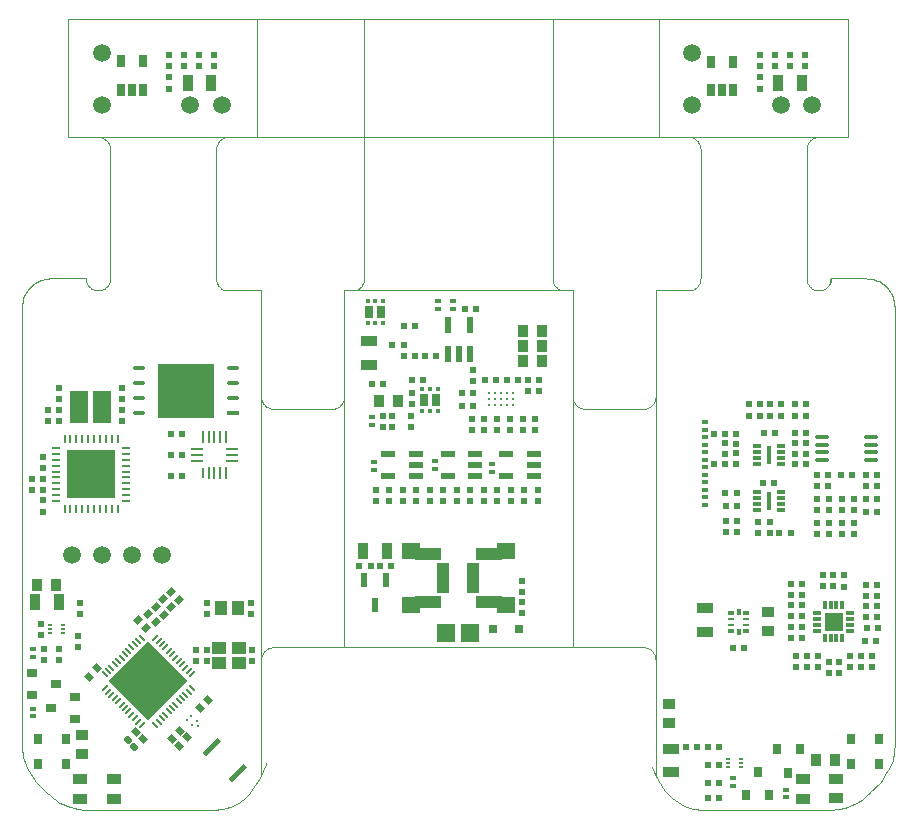
<source format=gtp>
%FSTAX23Y23*%
%MOIN*%
%SFA1B1*%

%IPPOS*%
%AMD28*
4,1,4,0.016700,-0.000600,-0.000600,0.016700,-0.016700,0.000600,0.000600,-0.016700,0.016700,-0.000600,0.0*
%
%AMD29*
4,1,8,0.012700,0.003500,0.003500,0.012700,-0.004600,0.012700,-0.012700,0.004600,-0.012700,-0.003500,-0.003500,-0.012700,0.004600,-0.012700,0.012700,-0.004600,0.012700,0.003500,0.0*
1,1,0.011420,0.008600,-0.000600*
1,1,0.011420,-0.000600,0.008600*
1,1,0.011420,-0.008600,0.000600*
1,1,0.011420,0.000600,-0.008600*
%
%AMD30*
4,1,4,-0.000600,-0.016700,0.016700,0.000600,0.000600,0.016700,-0.016700,-0.000600,-0.000600,-0.016700,0.0*
%
%AMD47*
4,1,4,0.000000,0.130800,-0.130800,0.000000,0.000000,-0.130800,0.130800,0.000000,0.000000,0.130800,0.0*
%
%AMD48*
4,1,4,0.011700,0.006200,0.006200,0.011700,-0.011700,-0.006200,-0.006200,-0.011700,0.011700,0.006200,0.0*
%
%AMD49*
4,1,4,-0.006200,0.011700,-0.011700,0.006200,0.006200,-0.011700,0.011700,-0.006200,-0.006200,0.011700,0.0*
%
%AMD50*
4,1,4,-0.019500,-0.030500,0.030500,0.019500,0.019500,0.030500,-0.030500,-0.019500,-0.019500,-0.030500,0.0*
%
%ADD14R,0.022840X0.024410*%
%ADD15R,0.064960X0.064960*%
%ADD16R,0.027560X0.011810*%
%ADD17R,0.011810X0.027560*%
%ADD18R,0.015750X0.007870*%
%ADD19C,0.059060*%
%ADD20R,0.031500X0.035430*%
%ADD21R,0.047240X0.035430*%
%ADD22R,0.039370X0.035430*%
%ADD23R,0.055120X0.037400*%
%ADD24R,0.035430X0.039370*%
%ADD25R,0.024410X0.022840*%
%ADD26R,0.035430X0.031500*%
%ADD27R,0.037400X0.055120*%
G04~CAMADD=28~9~0.0~0.0~244.1~228.4~0.0~0.0~0~0.0~0.0~0.0~0.0~0~0.0~0.0~0.0~0.0~0~0.0~0.0~0.0~315.0~334.0~333.0*
%ADD28D28*%
G04~CAMADD=29~8~0.0~0.0~244.1~228.4~57.1~0.0~15~0.0~0.0~0.0~0.0~0~0.0~0.0~0.0~0.0~0~0.0~0.0~0.0~315.0~286.0~286.0*
%ADD29D29*%
G04~CAMADD=30~9~0.0~0.0~244.1~228.4~0.0~0.0~0~0.0~0.0~0.0~0.0~0~0.0~0.0~0.0~0.0~0~0.0~0.0~0.0~225.0~334.0~333.0*
%ADD30D30*%
%ADD31R,0.039370X0.009840*%
%ADD32R,0.009840X0.039370*%
%ADD33O,0.009840X0.039370*%
%ADD34R,0.163390X0.163390*%
%ADD35R,0.009060X0.031500*%
%ADD36R,0.031500X0.009060*%
%ADD37R,0.185040X0.181100*%
%ADD38O,0.039370X0.015750*%
%ADD39R,0.039370X0.015750*%
%ADD40R,0.017720X0.062990*%
%ADD41R,0.029530X0.011810*%
%ADD42O,0.053150X0.013780*%
%ADD43R,0.059060X0.106300*%
%ADD44R,0.022840X0.011810*%
%ADD45R,0.022840X0.009840*%
%ADD46R,0.013780X0.024800*%
G04~CAMADD=47~10~0.0~1850.4~0.0~0.0~0.0~0.0~0~0.0~0.0~0.0~0.0~0~0.0~0.0~0.0~0.0~0~0.0~0.0~0.0~405.0~1850.4~0.0*
%ADD47D47*%
G04~CAMADD=48~9~0.0~0.0~78.7~255.9~0.0~0.0~0~0.0~0.0~0.0~0.0~0~0.0~0.0~0.0~0.0~0~0.0~0.0~0.0~315.0~234.0~233.0*
%ADD48D48*%
G04~CAMADD=49~9~0.0~0.0~78.7~255.9~0.0~0.0~0~0.0~0.0~0.0~0.0~0~0.0~0.0~0.0~0.0~0~0.0~0.0~0.0~45.0~234.0~233.0*
%ADD49D49*%
G04~CAMADD=50~9~0.0~0.0~708.7~157.5~0.0~0.0~0~0.0~0.0~0.0~0.0~0~0.0~0.0~0.0~0.0~0~0.0~0.0~0.0~225.0~610.0~609.0*
%ADD50D50*%
%ADD51R,0.047240X0.039370*%
%ADD52R,0.039370X0.049210*%
%ADD53C,0.008660*%
%ADD54R,0.023620X0.051180*%
%ADD55R,0.027560X0.027560*%
%ADD56R,0.023620X0.055120*%
%ADD57R,0.023000X0.022000*%
%ADD58R,0.031500X0.039370*%
%ADD59R,0.016540X0.016540*%
%ADD60R,0.047240X0.023620*%
%ADD61C,0.011810*%
%ADD62R,0.039370X0.098430*%
%ADD63R,0.088580X0.039370*%
%ADD64R,0.062990X0.055120*%
%ADD65R,0.023620X0.013780*%
%ADD66R,0.025590X0.043310*%
%ADD68R,0.060000X0.059060*%
%ADD90C,0.001000*%
%ADD91C,0.000500*%
%LNpcb_flex_1-1*%
%LPD*%
G54D14*
X01384Y-00606D03*
X01347D03*
X00858Y-01158D03*
X00821D03*
X00858Y-011D03*
X00821D03*
X00783Y-01039D03*
X00746D03*
X00821Y-0121D03*
X00858D03*
Y-01039D03*
X00821D03*
X-00968Y-00135D03*
X-00931D03*
Y00005D03*
X-00968D03*
Y-00065D03*
X-00931D03*
X01008Y00008D03*
X01045D03*
X01005Y-00159D03*
X01042D03*
X01265Y-00132D03*
X01302D03*
X01149Y00008D03*
X01112D03*
X01346Y-00255D03*
X01383D03*
X01384Y-0057D03*
X01347D03*
X00941Y-00708D03*
X00904D03*
X01096Y-00603D03*
X01133D03*
X01149Y-00097D03*
X01112D03*
X01346Y-00169D03*
X01383D03*
X01149Y00106D03*
X01112D03*
X01389Y-00643D03*
X01352D03*
X00988Y-00324D03*
X01026D03*
X01149Y00065D03*
X01112D03*
X01133Y-00639D03*
X01096D03*
X01133Y-00676D03*
X01096D03*
X00841Y00006D03*
X00878D03*
X01112Y-00027D03*
X01149D03*
X01347Y-00534D03*
X01384D03*
X01133Y-00567D03*
X01096D03*
X01149Y-00062D03*
X01112D03*
X01383Y-00212D03*
X01346D03*
X00841Y-00096D03*
X00878D03*
X01183Y-00132D03*
X0122D03*
X01183Y-00169D03*
X0122D03*
X01383Y-00132D03*
X01346D03*
X01384Y-00498D03*
X01347D03*
X01344Y-00686D03*
X01381D03*
X01133Y-00531D03*
X01096D03*
X01133Y-00495D03*
X01096D03*
X01065Y00106D03*
X01028D03*
X01058Y-00324D03*
X01096D03*
X00994Y00106D03*
X00957D03*
X00988Y-00289D03*
X01026D03*
X01065Y00065D03*
X01028D03*
X00994D03*
X00957D03*
X0088Y-00285D03*
X00917D03*
Y-00236D03*
X0088D03*
X00916Y-00191D03*
X00879D03*
X0088Y-00321D03*
X00917D03*
X-00274Y-00434D03*
X-00237D03*
X-00341D03*
X-00304D03*
X00011Y00422D03*
X00048D03*
X-0013Y00184D03*
X-00167D03*
X-00193Y00265D03*
X-00156D03*
X-00155Y00365D03*
X-00192D03*
X-00123Y00265D03*
X-00086D03*
X00221Y00149D03*
X00258D03*
X00222Y00186D03*
X00259D03*
X00115D03*
X00078D03*
X00038Y00099D03*
X00001D03*
Y00142D03*
X00038D03*
X0015Y00186D03*
X00187D03*
G54D15*
X0124Y-00621D03*
G54D16*
X01294Y-00591D03*
Y-00611D03*
Y-00631D03*
Y-00651D03*
X01185D03*
Y-00631D03*
Y-00611D03*
Y-00591D03*
G54D17*
X01269Y-00675D03*
X01249D03*
X0123D03*
X0121D03*
Y-00567D03*
X0123D03*
X01249D03*
X01269D03*
G54D18*
X-01371Y-0066D03*
Y-00647D03*
Y-00633D03*
X-01328D03*
Y-00647D03*
Y-0066D03*
X00931Y-01079D03*
Y-01093D03*
Y-01106D03*
X00888D03*
Y-01093D03*
Y-01079D03*
G54D19*
X01064Y011D03*
X-00905D03*
X00769D03*
X-012D03*
X01169D03*
X-008D03*
X00769Y01275D03*
X-012D03*
X-013Y-004D03*
X-012D03*
X-011D03*
X-01D03*
G54D20*
X01089Y-01125D03*
X01051Y-01046D03*
X01126D03*
X00986Y-01121D03*
X01023Y-012D03*
X00948D03*
X-01412Y-01096D03*
X-01319D03*
X-01412Y-01012D03*
X-01319D03*
X0139Y-01097D03*
X01297D03*
X0139Y-01013D03*
X01297D03*
G54D21*
X01249Y-01209D03*
X01138Y-01211D03*
Y-01144D03*
X01249D03*
X-01271Y-01147D03*
X-0116Y-01145D03*
Y-01212D03*
X-01271D03*
G54D22*
X0069Y-00897D03*
Y-0096D03*
X-01265Y-01062D03*
Y-00999D03*
X01022Y-00652D03*
Y-00589D03*
G54D23*
X00696Y-01123D03*
Y-01044D03*
X0081Y-00576D03*
Y-00655D03*
X-0031Y00236D03*
Y00315D03*
G54D24*
X01245Y-01083D03*
X01182D03*
X-01416Y-005D03*
X-01353D03*
X00268Y00249D03*
X00205D03*
X00268Y00349D03*
X00205D03*
X00268Y00299D03*
X00205D03*
X-00276Y00115D03*
X-00213D03*
G54D25*
X-01401Y-00667D03*
Y-0063D03*
X-01341Y-00749D03*
Y-00712D03*
X-00702Y-00558D03*
Y-00595D03*
X-007Y-00714D03*
Y-00751D03*
X-0085Y-00753D03*
Y-00716D03*
X-0128Y-00706D03*
Y-00669D03*
X-01378Y00085D03*
Y00048D03*
X01115Y-00735D03*
Y-00772D03*
X-01344Y00085D03*
Y00048D03*
X-01132Y00085D03*
Y00048D03*
X-01431Y-00181D03*
Y-00144D03*
X01274Y-00466D03*
Y-00504D03*
X-01395Y-00181D03*
Y-00144D03*
X01187Y-00772D03*
Y-00735D03*
X-01395Y-00254D03*
Y-00217D03*
X-01132Y00122D03*
Y00159D03*
X-01344Y00122D03*
Y00159D03*
X00913Y-0003D03*
Y00006D03*
X00879Y-00063D03*
Y-00026D03*
X00913Y-00096D03*
Y-00059D03*
X01185Y-00328D03*
Y-00291D03*
X01367Y-00735D03*
Y-00772D03*
X-01395Y-00071D03*
Y-00108D03*
X01151Y-00735D03*
Y-00772D03*
X01223Y-00791D03*
Y-00754D03*
X01307Y-00329D03*
Y-00292D03*
X01331Y-00772D03*
Y-00735D03*
X01295Y-00772D03*
Y-00735D03*
X01239Y-00466D03*
Y-00503D03*
X01203Y-00466D03*
Y-00503D03*
X01259Y-00791D03*
Y-00754D03*
X01266Y-00212D03*
Y-00249D03*
Y-00328D03*
Y-00291D03*
X01224D03*
Y-00328D03*
X-00887Y-00753D03*
Y-00716D03*
X-00849Y-00559D03*
Y-00596D03*
X-01274Y-00595D03*
Y-00558D03*
X-01393Y-00711D03*
Y-00748D03*
X00201Y-00485D03*
Y-00522D03*
X00201Y-00593D03*
Y-00556D03*
X00163Y-0022D03*
Y-00183D03*
X00208Y-0022D03*
Y-00183D03*
X-00062Y-0022D03*
Y-00183D03*
X00039Y0018D03*
Y00217D03*
X-00017Y-00183D03*
Y-0022D03*
X-00231Y00029D03*
Y00066D03*
X-00168Y00029D03*
Y00066D03*
X-00263Y00029D03*
Y00066D03*
X00253Y-0022D03*
Y-00183D03*
X-00107Y-0022D03*
Y-00183D03*
X-00197Y-0022D03*
Y-00183D03*
X-00242Y-0022D03*
Y-00183D03*
X00118Y-0022D03*
Y-00183D03*
X-00152Y-0022D03*
Y-00183D03*
X-00287Y-0022D03*
Y-00183D03*
X00117Y00018D03*
Y00055D03*
X00034D03*
Y00018D03*
X00074Y00055D03*
Y00018D03*
X00205D03*
Y00055D03*
X00243D03*
Y00018D03*
X00161Y00019D03*
Y00056D03*
X00028Y-0022D03*
Y-00183D03*
X00073Y-0022D03*
Y-00183D03*
X00994Y01156D03*
Y01193D03*
X01045Y0123D03*
Y01267D03*
X01094Y01231D03*
Y01268D03*
X00994Y01232D03*
Y01269D03*
X-00825Y01268D03*
Y01231D03*
X01144Y01268D03*
Y01231D03*
X-00975Y01156D03*
Y01193D03*
X-00925Y01231D03*
Y01268D03*
X-00975Y01231D03*
Y01268D03*
X-00875Y01231D03*
Y01268D03*
X-00167Y00141D03*
Y00104D03*
X01307Y-00249D03*
Y-00212D03*
X01184Y-0025D03*
Y-00213D03*
X01225Y-00249D03*
Y-00212D03*
G54D26*
X-01368Y-00909D03*
X-01289Y-00871D03*
Y-00946D03*
X-01353Y-00829D03*
X-01432Y-00866D03*
Y-00791D03*
G54D27*
X-01421Y-00557D03*
X-01342D03*
X-00328Y-00386D03*
X-00249D03*
X01133Y01175D03*
X01054D03*
X-00835D03*
X-00914D03*
G54D28*
X-00939Y-00984D03*
X-00966Y-01011D03*
X-01087Y-00988D03*
X-01216Y-00777D03*
X-01243Y-00804D03*
X-00846Y-00883D03*
X-00873Y-0091D03*
X-00917Y-01007D03*
X-00944Y-01034D03*
X-01064Y-01011D03*
G54D29*
X-01114Y-01015D03*
X-01091Y-01038D03*
G54D30*
X-01052Y-00642D03*
X-01079Y-00615D03*
X-01018Y-00623D03*
X-01045Y-00596D03*
X-00943Y-00548D03*
X-0097Y-00521D03*
X-0102Y-00571D03*
X-00993Y-00598D03*
X-00995Y-00546D03*
X-00968Y-00573D03*
G54D31*
X-00884Y-00084D03*
Y-00065D03*
X-00765Y-00045D03*
Y-00065D03*
Y-00084D03*
X-00884Y-00045D03*
G54D32*
X-00864Y-00005D03*
X-00844D03*
X-00825D03*
X-00805D03*
X-00785D03*
Y-00124D03*
X-00805D03*
X-00825D03*
X-00844D03*
G54D33*
X-00864Y-00124D03*
G54D34*
X-01236Y-0013D03*
G54D35*
X-01324Y-00013D03*
X-01305D03*
X-01285D03*
X-01265D03*
X-01246D03*
X-01226D03*
X-01206D03*
X-01186D03*
X-01167D03*
X-01147D03*
Y-00247D03*
X-01167D03*
X-01186D03*
X-01206D03*
X-01226D03*
X-01246D03*
X-01265D03*
X-01285D03*
X-01305D03*
X-01324D03*
G54D36*
X-01119Y-00042D03*
Y-00061D03*
Y-00101D03*
Y-00121D03*
Y-0014D03*
Y-0016D03*
Y-0018D03*
Y-00199D03*
Y-00219D03*
X-01353D03*
Y-00199D03*
Y-0018D03*
Y-0016D03*
Y-0014D03*
Y-00121D03*
Y-00101D03*
Y-00081D03*
Y-00061D03*
Y-00042D03*
X-01119Y-00081D03*
G54D37*
X-0092Y00149D03*
G54D38*
X-01077Y00224D03*
Y00174D03*
Y00124D03*
Y00074D03*
X-00762Y00224D03*
Y00174D03*
Y00124D03*
G54D39*
X-00762Y00074D03*
G54D40*
X01025Y-00065D03*
X01024Y-0022D03*
G54D41*
X00984Y-00035D03*
Y-00055D03*
Y-00074D03*
X01065D03*
Y-00055D03*
Y-00035D03*
X00984Y-00094D03*
X01065D03*
X00983Y-0019D03*
Y-0021D03*
Y-00229D03*
X01064D03*
Y-0021D03*
Y-0019D03*
X00983Y-00249D03*
X01064D03*
G54D42*
X01364Y-00083D03*
Y-00057D03*
Y-00032D03*
Y-00006D03*
X01201Y-00083D03*
Y-00057D03*
Y-00032D03*
Y-00006D03*
G54D43*
X-012Y00095D03*
X-01275D03*
G54D44*
X00948Y-00652D03*
Y-00592D03*
X00898D03*
Y-00652D03*
G54D45*
X00948Y-00632D03*
Y-00612D03*
X00898D03*
Y-00632D03*
G54D46*
X00923Y-00588D03*
Y-00656D03*
G54D47*
X-01045Y-0082D03*
G54D48*
X-01022Y-00674D03*
X-0101Y-00685D03*
X-00999Y-00696D03*
X-00988Y-00707D03*
X-00977Y-00719D03*
X-00966Y-0073D03*
X-00955Y-00741D03*
X-00944Y-00752D03*
X-00932Y-00763D03*
X-00921Y-00774D03*
X-0091Y-00785D03*
X-00899Y-00797D03*
X-01067Y-00965D03*
X-01079Y-00954D03*
X-0109Y-00943D03*
X-01101Y-00932D03*
X-01112Y-0092D03*
X-01123Y-00909D03*
X-01134Y-00898D03*
X-01145Y-00887D03*
X-01157Y-00876D03*
X-01168Y-00865D03*
X-01179Y-00854D03*
X-0119Y-00842D03*
G54D49*
X-00899Y-00842D03*
X-0091Y-00854D03*
X-00921Y-00865D03*
X-00932Y-00876D03*
X-00944Y-00887D03*
X-00955Y-00898D03*
X-00966Y-00909D03*
X-00977Y-0092D03*
X-00988Y-00932D03*
X-00999Y-00943D03*
X-0101Y-00954D03*
X-01022Y-00965D03*
X-0119Y-00797D03*
X-01179Y-00785D03*
X-01168Y-00774D03*
X-01157Y-00763D03*
X-01145Y-00752D03*
X-01134Y-00741D03*
X-01123Y-0073D03*
X-01112Y-00719D03*
X-01101Y-00707D03*
X-0109Y-00696D03*
X-01079Y-00685D03*
X-01067Y-00674D03*
G54D50*
X-00747Y-01127D03*
X-00834Y-0104D03*
G54D51*
X-00808Y-00708D03*
Y-0076D03*
X-00741Y-00708D03*
Y-0076D03*
G54D52*
X-00804Y-00577D03*
X-00745D03*
G54D53*
X-00879Y-0097D03*
X-00898Y-00965D03*
X-00884Y-00951D03*
X-00915Y-00948D03*
X-00901Y-00934D03*
G54D54*
X-00252Y-00481D03*
X-00327D03*
X-0029Y-00564D03*
G54D55*
X00191Y-00645D03*
X00104D03*
G54D56*
X-00047Y00367D03*
X00027Y00272D03*
X-0001D03*
X00027Y00367D03*
X-00047Y00272D03*
G54D57*
X-00261Y0017D03*
X-00299D03*
X-00232Y00301D03*
X-00194D03*
G54D58*
X-00308Y00411D03*
X-00269D03*
X-00125Y00119D03*
X-00086D03*
G54D59*
X-00263Y00447D03*
X-00289D03*
X-00314D03*
Y00374D03*
X-00289D03*
X-00263D03*
X-0008Y00155D03*
X-00105D03*
X-00131D03*
Y00082D03*
X-00105D03*
X-0008D03*
G54D60*
X-00045Y-00137D03*
Y-00062D03*
X00045D03*
Y-001D03*
Y-00137D03*
X00149D03*
Y-00062D03*
X0024D03*
Y-001D03*
Y-00137D03*
X-00154D03*
Y-001D03*
Y-00062D03*
X-00245D03*
Y-00137D03*
G54D61*
X00091Y001D03*
X00111D03*
X00131D03*
X0015D03*
X0017D03*
X00091Y0012D03*
X00111D03*
X00131D03*
X0015D03*
X0017D03*
X00091Y0014D03*
X00111D03*
X00131D03*
X0015D03*
X0017D03*
G54D62*
X-00061Y-00476D03*
X00039D03*
G54D63*
X-00113Y-00397D03*
X00091D03*
X-00113Y-00554D03*
X00091D03*
G54D64*
X-00168Y-00387D03*
X00146D03*
X-00168Y-00564D03*
X00146D03*
G54D65*
X0081Y-00207D03*
Y-00232D03*
X0081Y-00157D03*
Y-00183D03*
X0081Y-00082D03*
Y-00057D03*
Y-00132D03*
Y-00107D03*
Y-00007D03*
Y-00032D03*
X0081Y00043D03*
Y00017D03*
X-01428Y-00912D03*
Y-00937D03*
X0108Y-01207D03*
Y-01182D03*
X00904Y-01168D03*
Y-01142D03*
X-0143Y-00713D03*
Y-00739D03*
X-00298Y00061D03*
Y00035D03*
X-0003Y00447D03*
Y00422D03*
X-0008D03*
Y00447D03*
X-00088Y-00086D03*
Y-00112D03*
X00102Y-00097D03*
Y-00123D03*
X-00294Y-00088D03*
Y-00114D03*
G54D66*
X-01137Y01152D03*
X-01099D03*
X-01062D03*
Y01247D03*
X-01137D03*
X0083Y01151D03*
X00868D03*
X00905D03*
Y01246D03*
X0083D03*
G54D68*
X00027Y-00658D03*
X-00054D03*
G54D90*
X00303Y00523D02*
D01*
X00303Y0052*
X00303Y00517*
X00303Y00514*
X00304Y00511*
X00305Y00509*
X00306Y00506*
X00307Y00504*
X00309Y00501*
X0031Y00499*
X00312Y00497*
X00314Y00495*
X00316Y00493*
X00318Y00491*
X0032Y00489*
X00323Y00488*
X00325Y00487*
X00328Y00485*
X0033Y00484*
X00333Y00484*
X00336Y00483*
X00338Y00483*
X00341Y00483*
X00343Y00483*
X-00433Y00089D02*
D01*
X-0043Y00089*
X-00427Y00089*
X-00424Y00089*
X-00421Y0009*
X-00419Y00091*
X-00416Y00092*
X-00414Y00093*
X-00411Y00095*
X-00409Y00096*
X-00407Y00098*
X-00405Y001*
X-00403Y00102*
X-00401Y00104*
X-00399Y00106*
X-00398Y00109*
X-00397Y00111*
X-00395Y00114*
X-00394Y00116*
X-00394Y00119*
X-00393Y00122*
X-00393Y00124*
X-00393Y00127*
X-00393Y00129*
X-00366Y00483D02*
D01*
X-00363Y00483*
X-0036Y00483*
X-00357Y00483*
X-00354Y00484*
X-00352Y00485*
X-00349Y00486*
X-00347Y00487*
X-00344Y00489*
X-00342Y0049*
X-0034Y00492*
X-00338Y00494*
X-00336Y00496*
X-00334Y00498*
X-00332Y005*
X-00331Y00503*
X-0033Y00505*
X-00328Y00508*
X-00327Y0051*
X-00327Y00513*
X-00326Y00516*
X-00326Y00518*
X-00326Y00521*
X-00326Y00523*
X0037Y00129D02*
D01*
X0037Y00126*
X0037Y00123*
X0037Y0012*
X00371Y00117*
X00372Y00115*
X00373Y00112*
X00374Y0011*
X00376Y00107*
X00377Y00105*
X00379Y00103*
X00381Y00101*
X00383Y00099*
X00385Y00097*
X00387Y00095*
X0039Y00094*
X00392Y00093*
X00395Y00091*
X00397Y0009*
X004Y0009*
X00403Y00089*
X00405Y00089*
X00408Y00089*
X0041Y00089*
X0037Y00129D02*
D01*
X0037Y00126*
X0037Y00123*
X0037Y0012*
X00371Y00117*
X00372Y00115*
X00373Y00112*
X00374Y0011*
X00376Y00107*
X00377Y00105*
X00379Y00103*
X00381Y00101*
X00383Y00099*
X00385Y00097*
X00387Y00095*
X0039Y00094*
X00392Y00093*
X00395Y00091*
X00397Y0009*
X004Y0009*
X00403Y00089*
X00405Y00089*
X00408Y00089*
X0041Y00089*
X-00366Y00483D02*
D01*
X-00363Y00483*
X-0036Y00483*
X-00357Y00483*
X-00354Y00484*
X-00352Y00485*
X-00349Y00486*
X-00347Y00487*
X-00344Y00489*
X-00342Y0049*
X-0034Y00492*
X-00338Y00494*
X-00336Y00496*
X-00334Y00498*
X-00332Y005*
X-00331Y00503*
X-0033Y00505*
X-00328Y00508*
X-00327Y0051*
X-00327Y00513*
X-00326Y00516*
X-00326Y00518*
X-00326Y00521*
X-00326Y00523*
X-00433Y00089D02*
D01*
X-0043Y00089*
X-00427Y00089*
X-00424Y00089*
X-00421Y0009*
X-00419Y00091*
X-00416Y00092*
X-00414Y00093*
X-00411Y00095*
X-00409Y00096*
X-00407Y00098*
X-00405Y001*
X-00403Y00102*
X-00401Y00104*
X-00399Y00106*
X-00398Y00109*
X-00397Y00111*
X-00395Y00114*
X-00394Y00116*
X-00394Y00119*
X-00393Y00122*
X-00393Y00124*
X-00393Y00127*
X-00393Y00129*
X00303Y00523D02*
D01*
X00303Y0052*
X00303Y00517*
X00303Y00514*
X00304Y00511*
X00305Y00509*
X00306Y00506*
X00307Y00504*
X00309Y00501*
X0031Y00499*
X00312Y00497*
X00314Y00495*
X00316Y00493*
X00318Y00491*
X0032Y00489*
X00323Y00488*
X00325Y00487*
X00328Y00485*
X0033Y00484*
X00333Y00484*
X00336Y00483*
X00338Y00483*
X00341Y00483*
X00343Y00483*
X00633Y-01105D02*
D01*
X00641Y-01123*
X0065Y-01142*
X0066Y-01159*
X00672Y-01176*
X00672Y-01177*
X00679Y-01186D02*
D01*
X00686Y-01194*
X00694Y-01202*
X00702Y-0121*
X00711Y-01217*
X0072Y-01223*
X0073Y-01229*
X0074Y-01234*
X0075Y-01238*
X00761Y-01242*
X00771Y-01245*
X00782Y-01247*
X00793Y-01248*
X00805Y-01248*
X00806Y-01248*
X01248Y-01247D02*
D01*
X01261Y-01245*
X01274Y-01242*
X01286Y-01238*
X01299Y-01233*
X01311Y-01228*
X01322Y-01221*
X01333Y-01214*
X01344Y-01206*
X01354Y-01197*
X0136Y-01191*
X01419Y-0112D02*
D01*
X01424Y-01112*
X01429Y-01103*
X01433Y-01093*
X01436Y-01083*
X01439Y-01074*
X01441Y-01063*
X01442Y-01053*
X01442Y-01043*
X01443Y-0104*
X-00829Y-01249D02*
D01*
X-00818Y-01248*
X-00807Y-01247*
X-00796Y-01245*
X-00785Y-01242*
X-00774Y-01239*
X-00764Y-01235*
X-00754Y-0123*
X-00744Y-01224*
X-00735Y-01218*
X-00726Y-01211*
X-00718Y-01204*
X-0071Y-01196*
X-00703Y-01187*
X-00702Y-01186*
X-01383Y-01191D02*
D01*
X-01373Y-012*
X-01363Y-01209*
X-01352Y-01217*
X-01341Y-01224*
X-01329Y-0123*
X-01317Y-01235*
X-01304Y-0124*
X-01292Y-01243*
X-01279Y-01246*
X-01271Y-01247*
X-01466Y-0104D02*
D01*
X-01465Y-0105*
X-01464Y-01061*
X-01462Y-01071*
X-0146Y-01081*
X-01457Y-0109*
X-01453Y-011*
X-01448Y-01109*
X-01443Y-01118*
X-01442Y-0112*
X01443Y00429D02*
D01*
X01442Y00435*
X01442Y00442*
X0144Y00448*
X01439Y00454*
X01437Y00461*
X01434Y00467*
X01431Y00473*
X01428Y00478*
X01425Y00484*
X01421Y00489*
X01416Y00494*
X01411Y00498*
X01406Y00503*
X01401Y00506*
X01396Y0051*
X0139Y00513*
X01384Y00516*
X01378Y00518*
X01371Y0052*
X01365Y00521*
X01358Y00522*
X01352Y00522*
X01349Y00523*
X00756Y00483D02*
D01*
X00758Y00483*
X00761Y00483*
X00764Y00483*
X00767Y00484*
X00769Y00485*
X00772Y00486*
X00774Y00487*
X00777Y00489*
X00779Y0049*
X00781Y00492*
X00783Y00494*
X00785Y00496*
X00787Y00498*
X00789Y005*
X0079Y00503*
X00791Y00505*
X00793Y00508*
X00794Y0051*
X00794Y00513*
X00795Y00516*
X00795Y00518*
X00795Y00521*
X00796Y00523*
X0115D02*
D01*
X0115Y0052*
X0115Y00517*
X0115Y00514*
X01151Y00511*
X01152Y00509*
X01153Y00506*
X01154Y00504*
X01156Y00501*
X01157Y00499*
X01159Y00497*
X01161Y00495*
X01163Y00493*
X01165Y00491*
X01167Y00489*
X0117Y00488*
X01172Y00487*
X01175Y00485*
X01177Y00484*
X0118Y00484*
X01183Y00483*
X01185Y00483*
X01188Y00483*
X01191*
X01194Y00483*
X01196Y00483*
X01199Y00484*
X01202Y00484*
X01204Y00485*
X01207Y00487*
X0121Y00488*
X01212Y00489*
X01214Y00491*
X01216Y00493*
X01218Y00495*
X0122Y00497*
X01222Y00499*
X01223Y00501*
X01225Y00504*
X01226Y00506*
X01227Y00509*
X01228Y00511*
X01229Y00514*
X01229Y00517*
X01229Y0052*
X0123Y00523*
X-01253D02*
D01*
X-01252Y0052*
X-01252Y00517*
X-01252Y00514*
X-01251Y00511*
X-0125Y00509*
X-01249Y00506*
X-01248Y00504*
X-01246Y00501*
X-01245Y00499*
X-01243Y00497*
X-01241Y00495*
X-01239Y00493*
X-01237Y00491*
X-01235Y00489*
X-01233Y00488*
X-0123Y00487*
X-01227Y00485*
X-01225Y00484*
X-01222Y00484*
X-01219Y00483*
X-01217Y00483*
X-01214Y00483*
X-01211*
X-01208Y00483*
X-01206Y00483*
X-01203Y00484*
X-012Y00484*
X-01198Y00485*
X-01195Y00487*
X-01192Y00488*
X-0119Y00489*
X-01188Y00491*
X-01186Y00493*
X-01184Y00495*
X-01182Y00497*
X-0118Y00499*
X-01179Y00501*
X-01177Y00504*
X-01176Y00506*
X-01175Y00509*
X-01174Y00511*
X-01173Y00514*
X-01173Y00517*
X-01173Y0052*
X-01173Y00523*
X-01372D02*
D01*
X-01378Y00522*
X-01385Y00522*
X-01391Y0052*
X-01397Y00519*
X-01404Y00517*
X-0141Y00514*
X-01416Y00511*
X-01421Y00508*
X-01427Y00505*
X-01432Y00501*
X-01437Y00496*
X-01441Y00491*
X-01446Y00486*
X-01449Y00481*
X-01453Y00475*
X-01456Y0047*
X-01459Y00464*
X-01461Y00458*
X-01463Y00451*
X-01464Y00445*
X-01465Y00438*
X-01465Y00432*
X-01466Y00429*
X-00819Y00522D02*
D01*
X-00818Y00519*
X-00818Y00516*
X-00818Y00514*
X-00817Y00511*
X-00816Y00508*
X-00815Y00506*
X-00814Y00503*
X-00813Y00501*
X-00811Y00499*
X-00809Y00497*
X-00807Y00494*
X-00806Y00493*
X-00803Y00491*
X-00801Y00489*
X-00799Y00488*
X-00796Y00486*
X-00794Y00485*
X-00791Y00484*
X-00789Y00484*
X-00786Y00483*
X-00783Y00483*
X-00781Y00483*
X-00779Y00483*
X-00669Y00129D02*
D01*
X-00668Y00126*
X-00668Y00123*
X-00668Y0012*
X-00667Y00117*
X-00666Y00115*
X-00665Y00112*
X-00664Y0011*
X-00662Y00107*
X-00661Y00105*
X-00659Y00103*
X-00657Y00101*
X-00655Y00099*
X-00653Y00097*
X-00651Y00095*
X-00648Y00094*
X-00646Y00093*
X-00643Y00091*
X-00641Y0009*
X-00638Y0009*
X-00635Y00089*
X-00633Y00089*
X-0063Y00089*
X-00629Y00089*
X00606D02*
D01*
X00609Y00089*
X00612Y00089*
X00614Y00089*
X00617Y0009*
X0062Y00091*
X00622Y00092*
X00625Y00093*
X00627Y00094*
X00629Y00096*
X00631Y00098*
X00634Y001*
X00635Y00101*
X00637Y00104*
X00639Y00106*
X0064Y00108*
X00642Y00111*
X00643Y00113*
X00644Y00116*
X00644Y00118*
X00645Y00121*
X00645Y00124*
X00645Y00126*
X00646Y00128*
X00606Y00089D02*
D01*
X00609Y00089*
X00612Y00089*
X00614Y00089*
X00617Y0009*
X0062Y00091*
X00622Y00092*
X00625Y00093*
X00627Y00094*
X00629Y00096*
X00631Y00098*
X00634Y001*
X00635Y00101*
X00637Y00104*
X00639Y00106*
X0064Y00108*
X00642Y00111*
X00643Y00113*
X00644Y00116*
X00644Y00118*
X00645Y00121*
X00645Y00124*
X00645Y00126*
X00646Y00128*
X-00669Y00129D02*
D01*
X-00668Y00126*
X-00668Y00123*
X-00668Y0012*
X-00667Y00117*
X-00666Y00115*
X-00665Y00112*
X-00664Y0011*
X-00662Y00107*
X-00661Y00105*
X-00659Y00103*
X-00657Y00101*
X-00655Y00099*
X-00653Y00097*
X-00651Y00095*
X-00648Y00094*
X-00646Y00093*
X-00643Y00091*
X-00641Y0009*
X-00638Y0009*
X-00635Y00089*
X-00633Y00089*
X-0063Y00089*
X-00629Y00089*
X-00819Y00522D02*
D01*
X-00818Y00519*
X-00818Y00516*
X-00818Y00514*
X-00817Y00511*
X-00816Y00508*
X-00815Y00506*
X-00814Y00503*
X-00813Y00501*
X-00811Y00499*
X-00809Y00497*
X-00807Y00494*
X-00806Y00493*
X-00803Y00491*
X-00801Y00489*
X-00799Y00488*
X-00796Y00486*
X-00794Y00485*
X-00791Y00484*
X-00789Y00484*
X-00786Y00483*
X-00783Y00483*
X-00781Y00483*
X-00779Y00483*
X-01372Y00523D02*
D01*
X-01378Y00522*
X-01385Y00522*
X-01391Y0052*
X-01397Y00519*
X-01404Y00517*
X-0141Y00514*
X-01416Y00511*
X-01421Y00508*
X-01427Y00505*
X-01432Y00501*
X-01437Y00496*
X-01441Y00491*
X-01446Y00486*
X-01449Y00481*
X-01453Y00475*
X-01456Y0047*
X-01459Y00464*
X-01461Y00458*
X-01463Y00451*
X-01464Y00445*
X-01465Y00438*
X-01465Y00432*
X-01466Y00429*
X-01253Y00523D02*
D01*
X-01252Y0052*
X-01252Y00517*
X-01252Y00514*
X-01251Y00511*
X-0125Y00509*
X-01249Y00506*
X-01248Y00504*
X-01246Y00501*
X-01245Y00499*
X-01243Y00497*
X-01241Y00495*
X-01239Y00493*
X-01237Y00491*
X-01235Y00489*
X-01233Y00488*
X-0123Y00487*
X-01227Y00485*
X-01225Y00484*
X-01222Y00484*
X-01219Y00483*
X-01217Y00483*
X-01214Y00483*
X-01211*
X-01208Y00483*
X-01206Y00483*
X-01203Y00484*
X-012Y00484*
X-01198Y00485*
X-01195Y00487*
X-01192Y00488*
X-0119Y00489*
X-01188Y00491*
X-01186Y00493*
X-01184Y00495*
X-01182Y00497*
X-0118Y00499*
X-01179Y00501*
X-01177Y00504*
X-01176Y00506*
X-01175Y00509*
X-01174Y00511*
X-01173Y00514*
X-01173Y00517*
X-01173Y0052*
X-01173Y00523*
X0115D02*
D01*
X0115Y0052*
X0115Y00517*
X0115Y00514*
X01151Y00511*
X01152Y00509*
X01153Y00506*
X01154Y00504*
X01156Y00501*
X01157Y00499*
X01159Y00497*
X01161Y00495*
X01163Y00493*
X01165Y00491*
X01167Y00489*
X0117Y00488*
X01172Y00487*
X01175Y00485*
X01177Y00484*
X0118Y00484*
X01183Y00483*
X01185Y00483*
X01188Y00483*
X01191*
X01194Y00483*
X01196Y00483*
X01199Y00484*
X01202Y00484*
X01204Y00485*
X01207Y00487*
X0121Y00488*
X01212Y00489*
X01214Y00491*
X01216Y00493*
X01218Y00495*
X0122Y00497*
X01222Y00499*
X01223Y00501*
X01225Y00504*
X01226Y00506*
X01227Y00509*
X01228Y00511*
X01229Y00514*
X01229Y00517*
X01229Y0052*
X0123Y00523*
X00756Y00483D02*
D01*
X00758Y00483*
X00761Y00483*
X00764Y00483*
X00767Y00484*
X00769Y00485*
X00772Y00486*
X00774Y00487*
X00777Y00489*
X00779Y0049*
X00781Y00492*
X00783Y00494*
X00785Y00496*
X00787Y00498*
X00789Y005*
X0079Y00503*
X00791Y00505*
X00793Y00508*
X00794Y0051*
X00794Y00513*
X00795Y00516*
X00795Y00518*
X00795Y00521*
X00796Y00523*
X01443Y00429D02*
D01*
X01442Y00435*
X01442Y00442*
X0144Y00448*
X01439Y00454*
X01437Y00461*
X01434Y00467*
X01431Y00473*
X01428Y00478*
X01425Y00484*
X01421Y00489*
X01416Y00494*
X01411Y00498*
X01406Y00503*
X01401Y00506*
X01396Y0051*
X0139Y00513*
X01384Y00516*
X01378Y00518*
X01371Y0052*
X01365Y00521*
X01358Y00522*
X01352Y00522*
X01349Y00523*
X-01466Y-0104D02*
D01*
X-01465Y-0105*
X-01464Y-01061*
X-01462Y-01071*
X-0146Y-01081*
X-01457Y-0109*
X-01453Y-011*
X-01448Y-01109*
X-01443Y-01118*
X-01442Y-0112*
X-01383Y-01191D02*
D01*
X-01373Y-012*
X-01363Y-01209*
X-01352Y-01217*
X-01341Y-01224*
X-01329Y-0123*
X-01317Y-01235*
X-01304Y-0124*
X-01292Y-01243*
X-01279Y-01246*
X-01271Y-01247*
X-00829Y-01249D02*
D01*
X-00818Y-01248*
X-00807Y-01247*
X-00796Y-01245*
X-00785Y-01242*
X-00774Y-01239*
X-00764Y-01235*
X-00754Y-0123*
X-00744Y-01224*
X-00735Y-01218*
X-00726Y-01211*
X-00718Y-01204*
X-0071Y-01196*
X-00703Y-01187*
X-00702Y-01186*
X01419Y-0112D02*
D01*
X01424Y-01112*
X01429Y-01103*
X01433Y-01093*
X01436Y-01083*
X01439Y-01074*
X01441Y-01063*
X01442Y-01053*
X01442Y-01043*
X01443Y-0104*
X01248Y-01247D02*
D01*
X01261Y-01245*
X01274Y-01242*
X01286Y-01238*
X01299Y-01233*
X01311Y-01228*
X01322Y-01221*
X01333Y-01214*
X01344Y-01206*
X01354Y-01197*
X0136Y-01191*
X00679Y-01186D02*
D01*
X00686Y-01194*
X00694Y-01202*
X00702Y-0121*
X00711Y-01217*
X0072Y-01223*
X0073Y-01229*
X0074Y-01234*
X0075Y-01238*
X00761Y-01242*
X00771Y-01245*
X00782Y-01247*
X00793Y-01248*
X00805Y-01248*
X00806Y-01248*
X00633Y-01105D02*
D01*
X00641Y-01123*
X0065Y-01142*
X0066Y-01159*
X00672Y-01176*
X00672Y-01177*
X00303Y00523D02*
D01*
X00303Y0052*
X00303Y00517*
X00303Y00514*
X00304Y00511*
X00305Y00509*
X00306Y00506*
X00307Y00504*
X00309Y00501*
X0031Y00499*
X00312Y00497*
X00314Y00495*
X00316Y00493*
X00318Y00491*
X0032Y00489*
X00323Y00488*
X00325Y00487*
X00328Y00485*
X0033Y00484*
X00333Y00484*
X00336Y00483*
X00338Y00483*
X00341Y00483*
X00343Y00483*
X-00433Y00089D02*
D01*
X-0043Y00089*
X-00427Y00089*
X-00424Y00089*
X-00421Y0009*
X-00419Y00091*
X-00416Y00092*
X-00414Y00093*
X-00411Y00095*
X-00409Y00096*
X-00407Y00098*
X-00405Y001*
X-00403Y00102*
X-00401Y00104*
X-00399Y00106*
X-00398Y00109*
X-00397Y00111*
X-00395Y00114*
X-00394Y00116*
X-00394Y00119*
X-00393Y00122*
X-00393Y00124*
X-00393Y00127*
X-00393Y00129*
X-00366Y00483D02*
D01*
X-00363Y00483*
X-0036Y00483*
X-00357Y00483*
X-00354Y00484*
X-00352Y00485*
X-00349Y00486*
X-00347Y00487*
X-00344Y00489*
X-00342Y0049*
X-0034Y00492*
X-00338Y00494*
X-00336Y00496*
X-00334Y00498*
X-00332Y005*
X-00331Y00503*
X-0033Y00505*
X-00328Y00508*
X-00327Y0051*
X-00327Y00513*
X-00326Y00516*
X-00326Y00518*
X-00326Y00521*
X-00326Y00523*
X0037Y00129D02*
D01*
X0037Y00126*
X0037Y00123*
X0037Y0012*
X00371Y00117*
X00372Y00115*
X00373Y00112*
X00374Y0011*
X00376Y00107*
X00377Y00105*
X00379Y00103*
X00381Y00101*
X00383Y00099*
X00385Y00097*
X00387Y00095*
X0039Y00094*
X00392Y00093*
X00395Y00091*
X00397Y0009*
X004Y0009*
X00403Y00089*
X00405Y00089*
X00408Y00089*
X0041Y00089*
X0037Y00129D02*
D01*
X0037Y00126*
X0037Y00123*
X0037Y0012*
X00371Y00117*
X00372Y00115*
X00373Y00112*
X00374Y0011*
X00376Y00107*
X00377Y00105*
X00379Y00103*
X00381Y00101*
X00383Y00099*
X00385Y00097*
X00387Y00095*
X0039Y00094*
X00392Y00093*
X00395Y00091*
X00397Y0009*
X004Y0009*
X00403Y00089*
X00405Y00089*
X00408Y00089*
X0041Y00089*
X-00366Y00483D02*
D01*
X-00363Y00483*
X-0036Y00483*
X-00357Y00483*
X-00354Y00484*
X-00352Y00485*
X-00349Y00486*
X-00347Y00487*
X-00344Y00489*
X-00342Y0049*
X-0034Y00492*
X-00338Y00494*
X-00336Y00496*
X-00334Y00498*
X-00332Y005*
X-00331Y00503*
X-0033Y00505*
X-00328Y00508*
X-00327Y0051*
X-00327Y00513*
X-00326Y00516*
X-00326Y00518*
X-00326Y00521*
X-00326Y00523*
X-00433Y00089D02*
D01*
X-0043Y00089*
X-00427Y00089*
X-00424Y00089*
X-00421Y0009*
X-00419Y00091*
X-00416Y00092*
X-00414Y00093*
X-00411Y00095*
X-00409Y00096*
X-00407Y00098*
X-00405Y001*
X-00403Y00102*
X-00401Y00104*
X-00399Y00106*
X-00398Y00109*
X-00397Y00111*
X-00395Y00114*
X-00394Y00116*
X-00394Y00119*
X-00393Y00122*
X-00393Y00124*
X-00393Y00127*
X-00393Y00129*
X00303Y00523D02*
D01*
X00303Y0052*
X00303Y00517*
X00303Y00514*
X00304Y00511*
X00305Y00509*
X00306Y00506*
X00307Y00504*
X00309Y00501*
X0031Y00499*
X00312Y00497*
X00314Y00495*
X00316Y00493*
X00318Y00491*
X0032Y00489*
X00323Y00488*
X00325Y00487*
X00328Y00485*
X0033Y00484*
X00333Y00484*
X00336Y00483*
X00338Y00483*
X00341Y00483*
X00343Y00483*
X0119Y00995D02*
D01*
X01187Y00994*
X01184Y00994*
X01181Y00994*
X01178Y00993*
X01176Y00992*
X01173Y00991*
X01171Y0099*
X01168Y00988*
X01166Y00987*
X01164Y00985*
X01162Y00983*
X0116Y00981*
X01158Y00979*
X01156Y00977*
X01155Y00975*
X01154Y00972*
X01152Y00969*
X01151Y00967*
X01151Y00964*
X0115Y00961*
X0115Y00959*
X0115Y00956*
X0115Y00955*
X00796D02*
D01*
X00795Y00957*
X00795Y0096*
X00795Y00963*
X00794Y00966*
X00793Y00968*
X00792Y00971*
X00791Y00973*
X00789Y00976*
X00788Y00978*
X00786Y0098*
X00784Y00982*
X00782Y00984*
X0078Y00986*
X00778Y00988*
X00776Y00989*
X00773Y0099*
X0077Y00992*
X00768Y00993*
X00765Y00993*
X00762Y00994*
X0076Y00994*
X00757Y00994*
X00756Y00995*
X-00779D02*
D01*
X-00781Y00994*
X-00784Y00994*
X-00787Y00994*
X-0079Y00993*
X-00792Y00992*
X-00795Y00991*
X-00797Y0099*
X-008Y00988*
X-00802Y00987*
X-00804Y00985*
X-00806Y00983*
X-00808Y00981*
X-0081Y00979*
X-00812Y00977*
X-00813Y00975*
X-00814Y00972*
X-00816Y00969*
X-00817Y00967*
X-00817Y00964*
X-00818Y00961*
X-00818Y00959*
X-00818Y00956*
X-00819Y00955*
X-01173D02*
D01*
X-01173Y00957*
X-01173Y0096*
X-01173Y00963*
X-01174Y00966*
X-01175Y00968*
X-01176Y00971*
X-01177Y00973*
X-01179Y00976*
X-0118Y00978*
X-01182Y0098*
X-01184Y00982*
X-01186Y00984*
X-01188Y00986*
X-0119Y00988*
X-01193Y00989*
X-01195Y0099*
X-01198Y00992*
X-012Y00993*
X-01203Y00993*
X-01206Y00994*
X-01208Y00994*
X-01211Y00994*
X-01213Y00995*
X-01173Y00955D02*
D01*
X-01173Y00957*
X-01173Y0096*
X-01173Y00963*
X-01174Y00966*
X-01175Y00968*
X-01176Y00971*
X-01177Y00973*
X-01179Y00976*
X-0118Y00978*
X-01182Y0098*
X-01184Y00982*
X-01186Y00984*
X-01188Y00986*
X-0119Y00988*
X-01193Y00989*
X-01195Y0099*
X-01198Y00992*
X-012Y00993*
X-01203Y00993*
X-01206Y00994*
X-01208Y00994*
X-01211Y00994*
X-01213Y00995*
X-00779D02*
D01*
X-00781Y00994*
X-00784Y00994*
X-00787Y00994*
X-0079Y00993*
X-00792Y00992*
X-00795Y00991*
X-00797Y0099*
X-008Y00988*
X-00802Y00987*
X-00804Y00985*
X-00806Y00983*
X-00808Y00981*
X-0081Y00979*
X-00812Y00977*
X-00813Y00975*
X-00814Y00972*
X-00816Y00969*
X-00817Y00967*
X-00817Y00964*
X-00818Y00961*
X-00818Y00959*
X-00818Y00956*
X-00819Y00955*
X00796D02*
D01*
X00795Y00957*
X00795Y0096*
X00795Y00963*
X00794Y00966*
X00793Y00968*
X00792Y00971*
X00791Y00973*
X00789Y00976*
X00788Y00978*
X00786Y0098*
X00784Y00982*
X00782Y00984*
X0078Y00986*
X00778Y00988*
X00776Y00989*
X00773Y0099*
X0077Y00992*
X00768Y00993*
X00765Y00993*
X00762Y00994*
X0076Y00994*
X00757Y00994*
X00756Y00995*
X0119D02*
D01*
X01187Y00994*
X01184Y00994*
X01181Y00994*
X01178Y00993*
X01176Y00992*
X01173Y00991*
X01171Y0099*
X01168Y00988*
X01166Y00987*
X01164Y00985*
X01162Y00983*
X0116Y00981*
X01158Y00979*
X01156Y00977*
X01155Y00975*
X01154Y00972*
X01152Y00969*
X01151Y00967*
X01151Y00964*
X0115Y00961*
X0115Y00959*
X0115Y00956*
X0115Y00955*
X-00702Y-01186D02*
D01*
X-00688Y-01164*
X-00674Y-01142*
X-00663Y-01118*
X-00653Y-01094*
X-00652Y-01093*
X-00393Y-00707D02*
X0037D01*
X-00393Y00483D02*
X0037D01*
X00343D02*
X0037D01*
X-00393Y-00707D02*
Y00483D01*
X0037Y-00707D02*
Y00483D01*
X00343D02*
X0037D01*
X-00393D02*
X0037D01*
X00672Y-01177D02*
X00679Y-01186D01*
X00806Y-01249D02*
X01238D01*
X01248Y-01247*
X01396Y-01154D02*
X01396Y-01154D01*
X01419Y-0112*
X01359Y-01192D02*
X01396Y-01154D01*
X-00326Y00523D02*
Y01068D01*
X-00819Y00522D02*
Y00955D01*
X-01173Y00523D02*
Y00955D01*
X-00702Y-01186D02*
D01*
X-01261Y-01249D02*
X-00829D01*
X-01271Y-01247D02*
X-01261Y-01249D01*
X-01419Y-01154D02*
X-01419Y-01154D01*
X-01442Y-0112D02*
X-01419Y-01154D01*
X-01419Y-01154D02*
X-01382Y-01192D01*
X01443Y-0104D02*
Y00429D01*
X0115Y00523D02*
Y00955D01*
X01288Y00995D02*
Y01387D01*
X00658D02*
X01288D01*
X00658Y00995D02*
Y01387D01*
X00796Y00523D02*
Y00955D01*
X-00681Y00995D02*
Y0119D01*
X00303Y00523D02*
Y01387D01*
X-01311D02*
X-00681D01*
X-01311Y00995D02*
Y0119D01*
X-01372Y00523D02*
X-01253D01*
X-01466Y-0104D02*
Y00429D01*
X-00779Y00483D02*
X-00669D01*
X0123Y00523D02*
X01349D01*
X0123Y00511D02*
Y00523D01*
X-00669Y-01133D02*
Y00483D01*
X00646Y-00747D02*
Y00483D01*
X0041Y00089D02*
X00606D01*
X-00629D02*
X-00429D01*
X00646Y00483D02*
X00756D01*
X-00326Y01387D02*
X00303D01*
X-00326Y01068D02*
Y01387D01*
X01288Y00995D02*
Y01387D01*
X00658D02*
X01288D01*
X00658Y00995D02*
Y01387D01*
Y00995D02*
Y01387D01*
X01288*
Y00995D02*
Y01387D01*
X-00326Y01387D02*
X00303D01*
X00646Y00483D02*
X00756D01*
X-00629Y00089D02*
X-00429D01*
X0041D02*
X00606D01*
X00646Y-00747D02*
Y00483D01*
X-00669Y-01133D02*
Y00483D01*
X0123Y00511D02*
Y00523D01*
X01349*
X-00779Y00483D02*
X-00669D01*
X-01466Y-0104D02*
Y00429D01*
X-01372Y00523D02*
X-01253D01*
X-01311Y00995D02*
Y01387D01*
X00303Y00523D02*
Y01387D01*
X-00681Y00995D02*
Y01387D01*
X00796Y00523D02*
Y00955D01*
X00658Y00995D02*
Y01387D01*
X01288*
Y00995D02*
Y01387D01*
X0115Y00523D02*
Y00955D01*
X01443Y-0104D02*
Y00429D01*
X-01419Y-01154D02*
X-01382Y-01192D01*
X-01442Y-0112D02*
X-01419Y-01154D01*
X-01419Y-01154*
X-01271Y-01247D02*
X-01261Y-01249D01*
X-00829*
X-00702Y-01186D02*
X-00695Y-01177D01*
X-01173Y00523D02*
Y00955D01*
X-00819Y00522D02*
Y00955D01*
X-00326Y00523D02*
Y01068D01*
X01359Y-01192D02*
X01396Y-01154D01*
X01396Y-01154D02*
X01419Y-0112D01*
X01396Y-01154D02*
X01396Y-01154D01*
X01238Y-01249D02*
X01248Y-01247D01*
X00806Y-01249D02*
X01238D01*
X00672Y-01177D02*
X00679Y-01186D01*
X-00393Y00483D02*
X0037D01*
X00343D02*
X0037D01*
Y-00707D02*
Y00483D01*
X-00393Y-00707D02*
Y00483D01*
X00343D02*
X0037D01*
X-00393D02*
X0037D01*
X-00393Y-00707D02*
X0037D01*
X-00779Y00995D02*
X-00681D01*
X-01311D02*
X-01213D01*
X0119D02*
X01288D01*
Y01006D02*
Y01387D01*
X00658Y00995D02*
Y01387D01*
X00658Y00995D02*
X00756D01*
X-00681D02*
Y01387D01*
X-01311Y00995D02*
Y01387D01*
Y00995D02*
X01288D01*
X-01311Y01387D02*
X01288D01*
X0119Y00995D02*
X01288D01*
X00658D02*
X00756D01*
X01288D02*
Y01387D01*
X00658Y01006D02*
Y01387D01*
Y01006D02*
Y01387D01*
X01288Y01006D02*
Y01387D01*
X00658Y00995D02*
X00756D01*
X0119D02*
X01288D01*
X-01311Y01006D02*
Y01387D01*
X-00681Y01006D02*
Y01387D01*
X00658Y00995D02*
X00756D01*
X00658Y01006D02*
Y01387D01*
X01288Y01006D02*
Y01387D01*
X0119Y00995D02*
X01288D01*
X-01311D02*
X-01213D01*
X-00779D02*
X-00681D01*
G54D91*
X-00629Y-00707D02*
D01*
X-00631Y-00707*
X-00634Y-00707*
X-00637Y-00708*
X-0064Y-00708*
X-00642Y-00709*
X-00645Y-0071*
X-00647Y-00711*
X-0065Y-00713*
X-00652Y-00714*
X-00654Y-00716*
X-00656Y-00718*
X-00658Y-0072*
X-0066Y-00722*
X-00662Y-00724*
X-00663Y-00727*
X-00664Y-00729*
X-00666Y-00732*
X-00667Y-00734*
X-00667Y-00737*
X-00668Y-0074*
X-00668Y-00743*
X-00668Y-00745*
X-00669Y-00747*
X00646Y-00747D02*
D01*
X00645Y-00744*
X00645Y-00741*
X00645Y-00738*
X00644Y-00735*
X00643Y-00733*
X00642Y-0073*
X00641Y-00728*
X00639Y-00725*
X00638Y-00723*
X00636Y-00721*
X00634Y-00719*
X00632Y-00717*
X0063Y-00715*
X00628Y-00713*
X00626Y-00712*
X00623Y-00711*
X0062Y-00709*
X00618Y-00708*
X00615Y-00708*
X00612Y-00707*
X0061Y-00707*
X00607Y-00707*
X00606Y-00707*
X00646Y-00747D02*
D01*
X00645Y-00744*
X00645Y-00741*
X00645Y-00738*
X00644Y-00735*
X00643Y-00733*
X00642Y-0073*
X00641Y-00728*
X00639Y-00725*
X00638Y-00723*
X00636Y-00721*
X00634Y-00719*
X00632Y-00717*
X0063Y-00715*
X00628Y-00713*
X00626Y-00712*
X00623Y-00711*
X0062Y-00709*
X00618Y-00708*
X00615Y-00708*
X00612Y-00707*
X0061Y-00707*
X00607Y-00707*
X00606Y-00707*
X-00629Y-00707D02*
D01*
X-00631Y-00707*
X-00634Y-00707*
X-00637Y-00708*
X-0064Y-00708*
X-00642Y-00709*
X-00645Y-0071*
X-00647Y-00711*
X-0065Y-00713*
X-00652Y-00714*
X-00654Y-00716*
X-00656Y-00718*
X-00658Y-0072*
X-0066Y-00722*
X-00662Y-00724*
X-00663Y-00727*
X-00664Y-00729*
X-00666Y-00732*
X-00667Y-00734*
X-00667Y-00737*
X-00668Y-0074*
X-00668Y-00743*
X-00668Y-00745*
X-00669Y-00747*
X00646Y-01133D02*
Y-00747D01*
X-0063Y-00707D02*
X-00393D01*
X0037D02*
X00607D01*
X0037D02*
X00607D01*
X-0063D02*
X-00393D01*
X00646Y-01133D02*
Y-00747D01*
M02*
</source>
